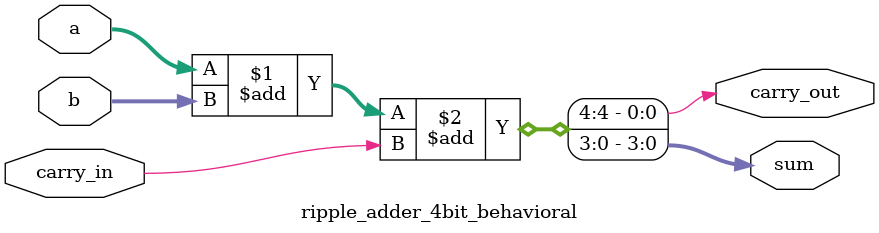
<source format=v>

module ripple_adder_4bit_behavioral(
    input [3:0]a,
    input [3:0]b,
	input carry_in,
    output [3:0] sum,  
    output carry_out
    );
    
    // Behavioral code for an 4bit 
    assign {carry_out, sum} = a + b + carry_in;
  
endmodule


</source>
